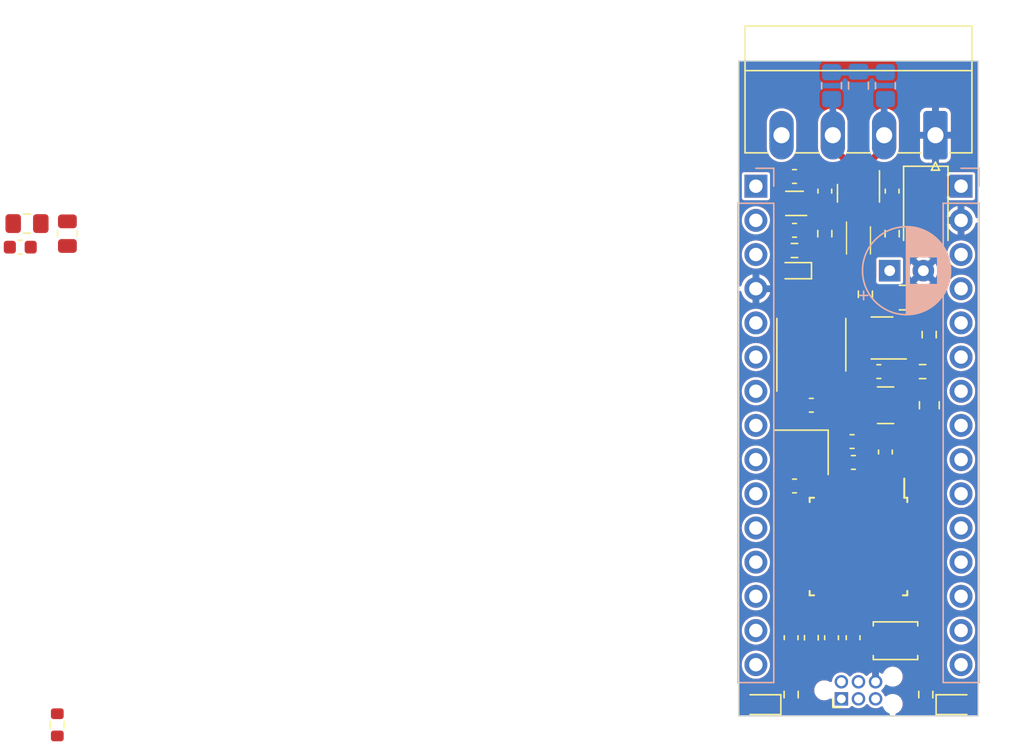
<source format=kicad_pcb>
(kicad_pcb (version 20221018) (generator pcbnew)
  (layers (0 "F.Cu" signal) (31 "B.Cu" signal) (34 "B.Paste" user) (35 "F.Paste" user) (36 "B.SilkS" user "B.Silkscreen") (37 "F.SilkS" user "F.Silkscreen") (38 "B.Mask" user) (39 "F.Mask" user) (44 "Edge.Cuts" user))
  (net 0 "")
  (net 1 "GND")
  (net 2 "+24V")
  (net 3 "+5V")
  (net 4 "/MCU/AREF")
  (net 5 "+5VA")
  (net 6 "/MCU/XTAL1")
  (net 7 "/MCU/XTAL2")
  (net 8 "/MCU/BT_0")
  (net 9 "/MCU/BT_1")
  (net 10 "/input, power, bus/CAN_{SPLIT}")
  (net 11 "/input, power, bus/TX_{DL}")
  (net 12 "/input, power, bus/BST")
  (net 13 "/input, power, bus/SW")
  (net 14 "Net-(D1-K)")
  (net 15 "Net-(D2-K)")
  (net 16 "Net-(L1-Pad1)")
  (net 17 "Net-(L1-Pad4)")
  (net 18 "/MCU/LD_1")
  (net 19 "/input, power, bus/EN")
  (net 20 "/input, power, bus/FB")
  (net 21 "/MCU/RXD")
  (net 22 "/MCU/TXD")
  (net 23 "/MCU/CD")
  (net 24 "VBUS")
  (net 25 "Net-(F1-Pad2)")
  (net 26 "/MOSI")
  (net 27 "/MISO")
  (net 28 "/SCK")
  (net 29 "/SS")
  (net 30 "/TX1")
  (net 31 "/RX1")
  (net 32 "/MCU/ISP_SCK")
  (net 33 "/MCU/~{ISP_RST}")
  (net 36 "/input, power, bus/CAN-")
  (net 37 "/input, power, bus/CAN+")
  (net 38 "/input, power, bus/CAN_P")
  (net 39 "/input, power, bus/CAN_N")
  (net 41 "/D2")
  (net 42 "/LS")
  (net 43 "/D3")
  (net 44 "/D4")
  (net 45 "/SDA")
  (net 46 "/SCL")
  (net 47 "/D5")
  (net 48 "/D6")
  (net 49 "/D7")
  (net 50 "/D8")
  (net 51 "/D9")
  (net 52 "/D10")
  (net 53 "/D11")
  (net 54 "/D12")
  (net 56 "/A7")
  (net 57 "/A6")
  (net 58 "/A5")
  (net 59 "/A4")
  (net 60 "/A3")
  (net 61 "/A2")
  (net 62 "/A1")
  (net 63 "/A0")
  (net 64 "/REF")
  (net 66 "/D13")
  (footprint "Resistor_SMD:R_0603_1608Metric" (layer "F.Cu") (at 212.5 120 90)
    (fp_text reference "R7" hide)
    (fp_text value "R")
    (pad "1" smd roundrect (at -0.825 0 90) (size 0.8 0.95) (layers "F.Cu" "F.Paste" "F.Mask") (net 14 "Net-(D1-K)"))
    (pad "2" smd roundrect (at 0.825 0 90) (size 0.8 0.95) (layers "F.Cu" "F.Paste" "F.Mask") (net 18 "/MCU/LD_1"))
  )
  (footprint "Capacitor_SMD:C_0603_1608Metric" (layer "F.Cu") (at 212.75 81.5 180)
    (fp_text reference "C18" hide)
    (fp_text value "100n")
    (pad "1" smd roundrect (at -0.775 0 180) (size 0.9 0.95) (layers "F.Cu" "F.Paste" "F.Mask") (net 1 "GND"))
    (pad "2" smd roundrect (at 0.775 0 180) (size 0.9 0.95) (layers "F.Cu" "F.Paste" "F.Mask") (net 3 "+5V"))
  )
  (footprint "Capacitor_SMD:C_0603_1608Metric" (layer "F.Cu") (at 212.75 104.5 180)
    (fp_text reference "C7" hide)
    (fp_text value "20p")
    (pad "1" smd roundrect (at -0.775 0 180) (size 0.9 0.95) (layers "F.Cu" "F.Paste" "F.Mask") (net 7 "/MCU/XTAL2"))
    (pad "2" smd roundrect (at 0.775 0 180) (size 0.9 0.95) (layers "F.Cu" "F.Paste" "F.Mask") (net 1 "GND"))
  )
  (footprint "Capacitor_SMD:C_0603_1608Metric" (layer "F.Cu") (at 217.025 101.2)
    (fp_text reference "C6" hide)
    (fp_text value "20p")
    (pad "1" smd roundrect (at -0.775 0) (size 0.9 0.95) (layers "F.Cu" "F.Paste" "F.Mask") (net 6 "/MCU/XTAL1"))
    (pad "2" smd roundrect (at 0.775 0) (size 0.9 0.95) (layers "F.Cu" "F.Paste" "F.Mask") (net 1 "GND"))
  )
  (footprint "Capacitor_SMD:C_0603_1608Metric" (layer "F.Cu") (at 219.499999 101.975 -90)
    (fp_text reference "C3" hide)
    (fp_text value "1u")
    (pad "1" smd roundrect (at -0.775 0 270) (size 0.9 0.95) (layers "F.Cu" "F.Paste" "F.Mask") (net 1 "GND"))
    (pad "2" smd roundrect (at 0.775 0 270) (size 0.9 0.95) (layers "F.Cu" "F.Paste" "F.Mask") (net 3 "+5V"))
  )
  (footprint "Package_QFP:TQFP-32_7x7mm_P0.8mm" (layer "F.Cu") (at 217.5 109 -90)
    (fp_text reference "U3" hide)
    (fp_text value "ATmega328PB-A")
    (pad "1" smd rect (at -4.25 -2.8 270) (size 1.6 0.55) (layers "F.Cu" "F.Paste" "F.Mask"))
    (pad "2" smd rect (at -4.25 -2 270) (size 1.6 0.55) (layers "F.Cu" "F.Paste" "F.Mask") (net 8 "/MCU/BT_0"))
    (pad "3" smd rect (at -4.25 -1.2 270) (size 1.6 0.55) (layers "F.Cu" "F.Paste" "F.Mask") (net 45 "/SDA"))
    (pad "4" smd rect (at -4.25 -0.4 270) (size 1.6 0.55) (layers "F.Cu" "F.Paste" "F.Mask") (net 3 "+5V"))
    (pad "5" smd rect (at -4.25 0.4 270) (size 1.6 0.55) (layers "F.Cu" "F.Paste" "F.Mask") (net 1 "GND"))
    (pad "6" smd rect (at -4.25 1.2 270) (size 1.6 0.55) (layers "F.Cu" "F.Paste" "F.Mask") (net 46 "/SCL"))
    (pad "7" smd rect (at -4.25 2 270) (size 1.6 0.55) (layers "F.Cu" "F.Paste" "F.Mask") (net 6 "/MCU/XTAL1"))
    (pad "8" smd rect (at -4.25 2.8 270) (size 1.6 0.55) (layers "F.Cu" "F.Paste" "F.Mask") (net 7 "/MCU/XTAL2"))
    (pad "9" smd rect (at -2.8 4.25) (size 1.6 0.55) (layers "F.Cu" "F.Paste" "F.Mask"))
    (pad "10" smd rect (at -2 4.25) (size 1.6 0.55) (layers "F.Cu" "F.Paste" "F.Mask"))
    (pad "11" smd rect (at -1.2 4.25) (size 1.6 0.55) (layers "F.Cu" "F.Paste" "F.Mask") (net 9 "/MCU/BT_1"))
    (pad "12" smd rect (at -0.4 4.25) (size 1.6 0.55) (layers "F.Cu" "F.Paste" "F.Mask") (net 18 "/MCU/LD_1"))
    (pad "13" smd rect (at 0.4 4.25) (size 1.6 0.55) (layers "F.Cu" "F.Paste" "F.Mask"))
    (pad "14" smd rect (at 1.2 4.25) (size 1.6 0.55) (layers "F.Cu" "F.Paste" "F.Mask"))
    (pad "15" smd rect (at 2 4.25) (size 1.6 0.55) (layers "F.Cu" "F.Paste" "F.Mask") (net 30 "/TX1"))
    (pad "16" smd rect (at 2.8 4.25) (size 1.6 0.55) (layers "F.Cu" "F.Paste" "F.Mask") (net 31 "/RX1"))
    (pad "17" smd rect (at 4.25 2.8 270) (size 1.6 0.55) (layers "F.Cu" "F.Paste" "F.Mask") (net 32 "/MCU/ISP_SCK"))
    (pad "18" smd rect (at 4.25 2 270) (size 1.6 0.55) (layers "F.Cu" "F.Paste" "F.Mask") (net 5 "+5VA"))
    (pad "19" smd rect (at 4.25 1.2 270) (size 1.6 0.55) (layers "F.Cu" "F.Paste" "F.Mask") (net 29 "/SS"))
    (pad "20" smd rect (at 4.25 0.4 270) (size 1.6 0.55) (layers "F.Cu" "F.Paste" "F.Mask") (net 4 "/MCU/AREF"))
    (pad "21" smd rect (at 4.25 -0.4 270) (size 1.6 0.55) (layers "F.Cu" "F.Paste" "F.Mask") (net 1 "GND"))
    (pad "22" smd rect (at 4.25 -1.2 270) (size 1.6 0.55) (layers "F.Cu" "F.Paste" "F.Mask") (net 26 "/MOSI"))
    (pad "23" smd rect (at 4.25 -2 270) (size 1.6 0.55) (layers "F.Cu" "F.Paste" "F.Mask") (net 27 "/MISO"))
    (pad "24" smd rect (at 4.25 -2.8 270) (size 1.6 0.55) (layers "F.Cu" "F.Paste" "F.Mask") (net 28 "/SCK"))
    (pad "25" smd rect (at 2.8 -4.25) (size 1.6 0.55) (layers "F.Cu" "F.Paste" "F.Mask"))
    (pad "26" smd rect (at 2 -4.25) (size 1.6 0.55) (layers "F.Cu" "F.Paste" "F.Mask"))
    (pad "27" smd rect (at 1.2 -4.25) (size 1.6 0.55) (layers "F.Cu" "F.Paste" "F.Mask") (net 42 "/LS"))
    (pad "28" smd rect (at 0.4 -4.25) (size 1.6 0.55) (layers "F.Cu" "F.Paste" "F.Mask"))
    (pad "29" smd rect (at -0.4 -4.25) (size 1.6 0.55) (layers "F.Cu" "F.Paste" "F.Mask") (net 33 "/MCU/~{ISP_RST}"))
    (pad "30" smd rect (at -1.2 -4.25) (size 1.6 0.55) (layers "F.Cu" "F.Paste" "F.Mask") (net 21 "/MCU/RXD"))
    (pad "31" smd rect (at -2 -4.25) (size 1.6 0.55) (layers "F.Cu" "F.Paste" "F.Mask") (net 22 "/MCU/TXD"))
    (pad "32" smd rect (at -2.8 -4.25) (size 1.6 0.55) (layers "F.Cu" "F.Paste" "F.Mask") (net 23 "/MCU/CD"))
  )
  (footprint "Diode_SMD:D_SOD-523" (layer "F.Cu") (at 212.75 88.499997 180)
    (fp_text reference "D5" hide)
    (fp_text value "DNP")
    (pad "1" smd roundrect (at -0.7 0) (size 0.6 0.7) (layers "F.Cu" "F.Paste" "F.Mask") (net 22 "/MCU/TXD"))
    (pad "2" smd roundrect (at 0.7 0) (size 0.6 0.7) (layers "F.Cu" "F.Paste" "F.Mask") (net 11 "/input, power, bus/TX_{DL}"))
  )
  (footprint "Diode_SMD:D_SMA" (layer "F.Cu") (at 222.5 84.25 -90)
    (fp_text reference "D3" hide)
    (fp_text value "D_Zener")
    (pad "1" smd roundrect (at -2 0 270) (size 2.5 1.8) (layers "F.Cu" "F.Paste" "F.Mask") (roundrect_rratio 0.1388888889) (net 24 "VBUS"))
    (pad "2" smd roundrect (at 2 0 270) (size 2.5 1.8) (layers "F.Cu" "F.Paste" "F.Mask") (roundrect_rratio 0.1388888889) (net 1 "GND"))
  )
  (footprint "Capacitor_SMD:C_0603_1608Metric" (layer "F.Cu") (at 219.0125 95.999999 180)
    (fp_text reference "C19" hide)
    (fp_text value "100n")
    (pad "1" smd roundrect (at -0.775 0 180) (size 0.9 0.95) (layers "F.Cu" "F.Paste" "F.Mask") (net 12 "/input, power, bus/BST"))
    (pad "2" smd roundrect (at 0.775 0 180) (size 0.9 0.95) (layers "F.Cu" "F.Paste" "F.Mask") (net 13 "/input, power, bus/SW"))
  )
  (footprint "Resistor_SMD:R_0603_1608Metric" (layer "F.Cu") (at 222.2625 95.999999)
    (fp_text reference "R21" hide)
    (fp_text value "43k")
    (pad "1" smd roundrect (at -0.825 0) (size 0.8 0.95) (layers "F.Cu" "F.Paste" "F.Mask") (net 3 "+5V"))
    (pad "2" smd roundrect (at 0.825 0) (size 0.8 0.95) (layers "F.Cu" "F.Paste" "F.Mask") (net 20 "/input, power, bus/FB"))
  )
  (footprint "Fuse:Fuse_0805_2012Metric_Pad1.15x1.40mm_HandSolder" (layer "F.Cu") (at 155.75 85)
    (fp_text reference "F1" hide)
    (fp_text value "Fuse")
    (pad "1" smd roundrect (at -1.025 0) (size 1.15 1.4) (layers "F.Cu" "F.Paste" "F.Mask") (roundrect_rratio 0.217391) (net 24 "VBUS"))
    (pad "2" smd roundrect (at 1.025 0) (size 1.15 1.4) (layers "F.Cu" "F.Paste" "F.Mask") (roundrect_rratio 0.217391) (net 25 "Net-(F1-Pad2)"))
  )
  (footprint "Capacitor_SMD:C_0603_1608Metric" (layer "F.Cu") (at 217.125 102.75)
    (fp_text reference "C2" hide)
    (fp_text value "100n")
    (pad "1" smd roundrect (at -0.775 0) (size 0.9 0.95) (layers "F.Cu" "F.Paste" "F.Mask") (net 1 "GND"))
    (pad "2" smd roundrect (at 0.775 0) (size 0.9 0.95) (layers "F.Cu" "F.Paste" "F.Mask") (net 3 "+5V"))
  )
  (footprint "Capacitor_SMD:C_0603_1608Metric" (layer "F.Cu") (at 214 98.5 180)
    (fp_text reference "C17" hide)
    (fp_text value "C")
    (pad "1" smd roundrect (at -0.775 0 180) (size 0.9 0.95) (layers "F.Cu" "F.Paste" "F.Mask") (net 3 "+5V"))
    (pad "2" smd roundrect (at 0.775 0 180) (size 0.9 0.95) (layers "F.Cu" "F.Paste" "F.Mask") (net 1 "GND"))
  )
  (footprint "Resistor_SMD:R_0603_1608Metric" (layer "F.Cu") (at 222.5 120 90)
    (fp_text reference "R8" hide)
    (fp_text value "R")
    (pad "1" smd roundrect (at -0.825 0 90) (size 0.8 0.95) (layers "F.Cu" "F.Paste" "F.Mask") (net 15 "Net-(D2-K)"))
    (pad "2" smd roundrect (at 0.825 0 90) (size 0.8 0.95) (layers "F.Cu" "F.Paste" "F.Mask") (net 32 "/MCU/ISP_SCK"))
  )
  (footprint "Capacitor_SMD:C_1206_3216Metric" (layer "F.Cu") (at 221.250001 90.499999 180)
    (fp_text reference "C16" hide)
    (fp_text value "10u")
    (pad "1" smd roundrect (at -1.475 0 180) (size 1.15 1.8) (layers "F.Cu" "F.Paste" "F.Mask") (roundrect_rratio 0.217391) (net 1 "GND"))
    (pad "2" smd roundrect (at 1.475 0 180) (size 1.15 1.8) (layers "F.Cu" "F.Paste" "F.Mask") (roundrect_rratio 0.217391) (net 2 "+24V"))
  )
  (footprint "Capacitor_SMD:C_0603_1608Metric" (layer "F.Cu") (at 220 82.5875 90)
    (fp_text reference "C12" hide)
    (fp_text value "C")
    (pad "1" smd roundrect (at -0.775 0 90) (size 0.9 0.95) (layers "F.Cu" "F.Paste" "F.Mask") (net 36 "/input, power, bus/CAN-"))
    (pad "2" smd roundrect (at 0.775 0 90) (size 0.9 0.95) (layers "F.Cu" "F.Paste" "F.Mask") (net 1 "GND"))
  )
  (footprint "Resistor_SMD:R_0603_1608Metric" (layer "F.Cu") (at 222.75 93.249999 -90)
    (fp_text reference "R22" hide)
    (fp_text value "8k2")
    (pad "1" smd roundrect (at -0.825 0 270) (size 0.8 0.95) (layers "F.Cu" "F.Paste" "F.Mask") (net 20 "/input, power, bus/FB"))
    (pad "2" smd roundrect (at 0.825 0 270) (size 0.8 0.95) (layers "F.Cu" "F.Paste" "F.Mask") (net 1 "GND"))
  )
  (footprint "Resistor_SMD:R_0603_1608Metric" (layer "F.Cu") (at 212.75 86.999999)
    (fp_text reference "R19" hide)
    (fp_text value "0")
    (pad "1" smd roundrect (at -0.825 0) (size 0.8 0.95) (layers "F.Cu" "F.Paste" "F.Mask") (net 11 "/input, power, bus/TX_{DL}"))
    (pad "2" smd roundrect (at 0.825 0) (size 0.8 0.95) (layers "F.Cu" "F.Paste" "F.Mask") (net 22 "/MCU/TXD"))
  )
  (footprint "project_lib:Tag-Connect_TC2030-IDC-NL_2x03_P1.27mm_Vertical" (layer "F.Cu") (at 217.5 119.685)
    (fp_text reference "J10" hide)
    (fp_text value "AVR-ISP-6")
    (pad "" np_thru_hole circle (at -2.54 0) (size 0.9906 0.9906) (drill 0.9906) (layers "*.Cu" "*.Mask"))
    (pad "" np_thru_hole circle (at 2.54 -1.016) (size 0.9906 0.9906) (drill 0.9906) (layers "*.Cu" "*.Mask"))
    (pad "" np_thru_hole circle (at 2.54 1.016) (size 0.9906 0.9906) (drill 0.9906) (layers "*.Cu" "*.Mask"))
    (pad "1" thru_hole rect (at -1.27 0.635 90) (size 1 1) (drill 0.65) (layers "*.Cu" "*.Mask") (net 31 "/RX1"))
    (pad "2" thru_hole oval (at -1.27 -0.635 90) (size 1 1) (drill 0.65) (layers "*.Cu" "*.Mask") (net 3 "+5V"))
    (pad "3" thru_hole oval (at 0 0.635 90) (size 1 1) (drill 0.65) (layers "*.Cu" "*.Mask") (net 32 "/MCU/ISP_SCK"))
    (pad "4" thru_hole oval (at 0 -0.635 90) (size 1 1) (drill 0.65) (layers "*.Cu" "*.Mask") (net 30 "/TX1"))
    (pad "5" thru_hole oval (at 1.27 0.635 90) (size 1 1) (drill 0.65) (layers "*.Cu" "*.Mask") (net 33 "/MCU/~{ISP_RST}"))
    (pad "6" thru_hole oval (at 1.27 -0.635 90) (size 1 1) (drill 0.65) (layers "*.Cu" "*.Mask") (net 1 "GND"))
    (zone (net 0) (net_name "") (layer "F.Cu") (connect_pads (clearance 0)) (min_thickness 0.254)
      (keepout (tracks allowed) (vias not_allowed) (pads allowed) (copperpour not_allowed) (footprints not_allowed))
      (fill (thermal_gap 0.508) (thermal_bridge_width 0.508))
      (polygon (pts (xy 218.77 119.05) (xy 216.23 119.05) (xy 216.23 120.32) (xy 218.77 120.32)))
    )
  )
  (footprint "Crystal:Crystal_SMD_3225-4Pin_3.2x2.5mm" (layer "F.Cu") (at 213.25 102 180)
    (fp_text reference "Y1" hide)
    (fp_text value "Crystal_GND24")
    (pad "1" smd rect (at -1.1 0.85 180) (size 1.4 1.2) (layers "F.Cu" "F.Paste" "F.Mask") (net 6 "/MCU/XTAL1"))
    (pad "2" smd rect (at 1.1 0.85 180) (size 1.4 1.2) (layers "F.Cu" "F.Paste" "F.Mask") (net 1 "GND"))
    (pad "3" smd rect (at 1.1 -0.85 180) (size 1.4 1.2) (layers "F.Cu" "F.Paste" "F.Mask") (net 7 "/MCU/XTAL2"))
    (pad "4" smd rect (at -1.1 -0.85 180) (size 1.4 1.2) (layers "F.Cu" "F.Paste" "F.Mask") (net 1 "GND"))
  )
  (footprint "Inductor_SMD:L_CommonModeChoke_Coilcraft_0805USB" (layer "F.Cu") (at 217.5 86.25)
    (fp_text reference "L1" hide)
    (fp_text value "L_Ferrite_Coupled")
    (pad "1" smd roundrect (at -0.435 -0.835) (size 0.51 0.76) (layers "F.Cu" "F.Paste" "F.Mask") (roundrect_rratio 0.05) (net 16 "Net-(L1-Pad1)"))
    (pad "2" smd roundrect (at -0.435 0.835) (size 0.51 0.76) (layers "F.Cu" "F.Paste" "F.Mask") (roundrect_rratio 0.05) (net 38 "/input, power, bus/CAN_P"))
    (pad "3" smd roundrect (at 0.435 0.835) (size 0.51 0.76) (layers "F.Cu" "F.Paste" "F.Mask") (roundrect_rratio 0.05) (net 39 "/input, power, bus/CAN_N"))
    (pad "4" smd roundrect (at 0.435 -0.835) (size 0.51 0.76) (layers "F.Cu" "F.Paste" "F.Mask") (roundrect_rratio 0.05) (net 17 "Net-(L1-Pad4)"))
  )
  (footprint "Capacitor_SMD:C_0603_1608Metric" (layer "F.Cu") (at 215 82.5875 90)
    (fp_text reference "C14" hide)
    (fp_text value "C")
    (pad "1" smd roundrect (at -0.775 0 90) (size 0.9 0.95) (layers "F.Cu" "F.Paste" "F.Mask") (net 37 "/input, power, bus/CAN+"))
    (pad "2" smd roundrect (at 0.775 0 90) (size 0.9 0.95) (layers "F.Cu" "F.Paste" "F.Mask") (net 1 "GND"))
  )
  (footprint "Capacitor_SMD:C_0805_2012Metric" (layer "F.Cu") (at 222.7625 98.499999 -90)
    (fp_text reference "C20" hide)
    (fp_text value "22u")
    (pad "1" smd roundrect (at -0.95 0 270) (size 1 1.45) (layers "F.Cu" "F.Paste" "F.Mask") (net 1 "GND"))
    (pad "2" smd roundrect (at 0.95 0 270) (size 1 1.45) (layers "F.Cu" "F.Paste" "F.Mask") (net 3 "+5V"))
  )
  (footprint "Capacitor_SMD:C_0603_1608Metric" (layer "F.Cu") (at 215.5 115.775 -90)
    (fp_text reference "C5" hide)
    (fp_text value "100n")
    (pad "1" smd roundrect (at -0.775 0 270) (size 0.9 0.95) (layers "F.Cu" "F.Paste" "F.Mask") (net 5 "+5VA"))
    (pad "2" smd roundrect (at 0.775 0 270) (size 0.9 0.95) (layers "F.Cu" "F.Paste" "F.Mask") (net 1 "GND"))
  )
  (footprint "Resistor_SMD:R_0603_1608Metric" (layer "F.Cu") (at 215 85.75 -90)
    (fp_text reference "R18" hide)
    (fp_text value "R")
    (pad "1" smd roundrect (at -0.825 0 270) (size 0.8 0.95) (layers "F.Cu" "F.Paste" "F.Mask") (net 37 "/input, power, bus/CAN+"))
    (pad "2" smd roundrect (at 0.825 0 270) (size 0.8 0.95) (layers "F.Cu" "F.Paste" "F.Mask") (net 16 "Net-(L1-Pad1)"))
  )
  (footprint "LED_SMD:LED_0603_1608Metric" (layer "F.Cu") (at 210.25 120.75 180)
    (fp_text reference "D1" hide)
    (fp_text value "LED")
    (pad "1" smd roundrect (at -0.7875 0 180) (size 0.875 0.95) (layers "F.Cu" "F.Paste" "F.Mask") (net 14 "Net-(D1-K)"))
    (pad "2" smd roundrect (at 0.7875 0 180) (size 0.875 0.95) (layers "F.Cu" "F.Paste" "F.Mask") (net 3 "+5V"))
  )
  (footprint "Capacitor_SMD:C_0603_1608Metric" (layer "F.Cu") (at 155.25 86.75 180)
    (fp_text reference "C10" hide)
    (fp_text value "C")
    (pad "1" smd roundrect (at -0.775 0 180) (size 0.9 0.95) (layers "F.Cu" "F.Paste" "F.Mask") (net 24 "VBUS"))
    (pad "2" smd roundrect (at 0.775 0 180) (size 0.9 0.95) (layers "F.Cu" "F.Paste" "F.Mask") (net 1 "GND"))
  )
  (footprint "Resistor_SMD:R_0603_1608Metric" (layer "F.Cu") (at 220 85.75 -90)
    (fp_text reference "R15" hide)
    (fp_text value "R")
    (pad "1" smd roundrect (at -0.825 0 270) (size 0.8 0.95) (layers "F.Cu" "F.Paste" "F.Mask") (net 36 "/input, power, bus/CAN-"))
    (pad "2" smd roundrect (at 0.825 0 270) (size 0.8 0.95) (layers "F.Cu" "F.Paste" "F.Mask") (net 17 "Net-(L1-Pad4)"))
  )
  (footprint "Package_TO_SOT_SMD:SOT-23" (layer "F.Cu") (at 217.5 82.75 -90)
    (fp_text reference "D4" hide)
    (fp_text value "SM712_SOT23")
    (pad "1" smd roundrect (at -0.9375 -0.95 270) (size 1.475 0.6) (layers "F.Cu" "F.Paste" "F.Mask") (net 36 "/input, power, bus/CAN-"))
    (pad "2" smd roundrect (at -0.9375 0.95 270) (size 1.475 0.6) (layers "F.Cu" "F.Paste" "F.Mask") (net 37 "/input, power, bus/CAN+"))
    (pad "3" smd roundrect (at 0.9375 0 270) (size 1.475 0.6) (layers "F.Cu" "F.Paste" "F.Mask") (net 1 "GND"))
  )
  (footprint "Inductor_SMD:L_0603_1608Metric" (layer "F.Cu") (at 214 115.775 90)
    (fp_text reference "FB1" hide)
    (fp_text value "FerriteBead")
    (pad "1" smd roundrect (at -0.7875 0 90) (size 0.875 0.95) (layers "F.Cu" "F.Paste" "F.Mask") (net 3 "+5V"))
    (pad "2" smd roundrect (at 0.7875 0 90) (size 0.875 0.95) (layers "F.Cu" "F.Paste" "F.Mask") (net 5 "+5VA"))
  )
  (footprint "Capacitor_SMD:C_0603_1608Metric" (layer "F.Cu") (at 212.500002 115.775 90)
    (fp_text reference "C4" hide)
    (fp_text value "100n")
    (pad "1" smd roundrect (at -0.775 0 90) (size 0.9 0.95) (layers "F.Cu" "F.Paste" "F.Mask") (net 3 "+5V"))
    (pad "2" smd roundrect (at 0.775 0 90) (size 0.9 0.95) (layers "F.Cu" "F.Paste" "F.Mask") (net 1 "GND"))
  )
  (footprint "Capacitor_SMD:C_0603_1608Metric" (layer "F.Cu") (at 212.75 85.499999)
    (fp_text reference "C15" hide)
    (fp_text value "C")
    (pad "1" smd roundrect (at -0.775 0) (size 0.9 0.95) (layers "F.Cu" "F.Paste" "F.Mask") (net 11 "/input, power, bus/TX_{DL}"))
    (pad "2" smd roundrect (at 0.775 0) (size 0.9 0.95) (layers "F.Cu" "F.Paste" "F.Mask") (net 1 "GND"))
  )
  (footprint "LED_SMD:LED_0603_1608Metric" (layer "F.Cu") (at 224.75 120.75)
    (fp_text reference "D2" hide)
    (fp_text value "LED")
    (pad "1" smd roundrect (at -0.7875 0) (size 0.875 0.95) (layers "F.Cu" "F.Paste" "F.Mask") (net 15 "Net-(D2-K)"))
    (pad "2" smd roundrect (at 0.7875 0) (size 0.875 0.95) (layers "F.Cu" "F.Paste" "F.Mask") (net 3 "+5V"))
  )
  (footprint "Package_SO:SOIC-8_3.9x4.9mm_P1.27mm" (layer "F.Cu") (at 214 94 90)
    (fp_text reference "U6" hide)
    (fp_text value "TJA1051T-3")
    (pad "1" smd roundrect (at -2.475 -1.905 90) (size 1.95 0.6) (layers "F.Cu" "F.Paste" "F.Mask") (net 22 "/MCU/TXD"))
    (pad "2" smd roundrect (at -2.475 -0.635 90) (size 1.95 0.6) (layers "F.Cu" "F.Paste" "F.Mask") (net 1 "GND"))
    (pad "3" smd roundrect (at -2.475 0.635 90) (size 1.95 0.6) (layers "F.Cu" "F.Paste" "F.Mask") (net 3 "+5V"))
    (pad "4" smd roundrect (at -2.475 1.905 90) (size 1.95 0.6) (layers "F.Cu" "F.Paste" "F.Mask") (net 21 "/MCU/RXD"))
    (pad "5" smd roundrect (at 2.475 1.905 90) (size 1.95 0.6) (layers "F.Cu" "F.Paste" "F.Mask") (net 3 "+5V"))
    (pad "6" smd roundrect (at 2.475 0.635 90) (size 1.95 0.6) (layers "F.Cu" "F.Paste" "F.Mask") (net 39 "/input, power, bus/CAN_N"))
    (pad "7" smd roundrect (at 2.475 -0.635 90) (size 1.95 0.6) (layers "F.Cu" "F.Paste" "F.Mask") (net 38 "/input, power, bus/CAN_P"))
    (pad "8" smd roundrect (at 2.475 -1.905 90) (size 1.95 0.6) (layers "F.Cu" "F.Paste" "F.Mask") (net 1 "GND"))
  )
  (footprint "Package_TO_SOT_SMD:SOT-563" (layer "F.Cu") (at 212.75 83.5 180)
    (fp_text reference "U4" hide)
    (fp_text value "74LVC1G57")
    (pad "1" smd rect (at -0.75 -0.5 180) (size 0.7 0.34) (layers "F.Cu" "F.Paste" "F.Mask") (net 21 "/MCU/RXD"))
    (pad "2" smd rect (at -0.75 0 180) (size 0.7 0.34) (layers "F.Cu" "F.Paste" "F.Mask") (net 1 "GND"))
    (pad "3" smd rect (at -0.75 0.5 180) (size 0.7 0.34) (layers "F.Cu" "F.Paste" "F.Mask") (net 1 "GND"))
    (pad "4" smd rect (at 0.75 0.5 180) (size 0.7 0.34) (layers "F.Cu" "F.Paste" "F.Mask") (net 23 "/MCU/CD"))
    (pad "5" smd rect (at 0.75 0 180) (size 0.7 0.34) (layers "F.Cu" "F.Paste" "F.Mask") (net 3 "+5V"))
    (pad "6" smd rect (at 0.75 -0.5 180) (size 0.7 0.34) (layers "F.Cu" "F.Paste" "F.Mask") (net 11 "/input, power, bus/TX_{DL}"))
  )
  (footprint "Package_TO_SOT_SMD:SOT-23-6" (layer "F.Cu") (at 219.25 93.5 180)
    (fp_text reference "U5" hide)
    (fp_text value "TD1465")
    (pad "1" smd roundrect (at -1.1375 -0.95 180) (size 1.325 0.6) (layers "F.Cu" "F.Paste" "F.Mask") (net 12 "/input, power, bus/BST"))
    (pad "2" smd roundrect (at -1.1375 0 180) (size 1.325 0.6) (layers "F.Cu" "F.Paste" "F.Mask") (net 1 "GND"))
    (pad "3" smd roundrect (at -1.1375 0.95 180) (size 1.325 0.6) (layers "F.Cu" "F.Paste" "F.Mask") (net 20 "/input, power, bus/FB"))
    (pad "4" smd roundrect (at 1.1375 0.95 180) (size 1.325 0.6) (layers "F.Cu" "F.Paste" "F.Mask") (net 19 "/input, power, bus/EN"))
    (pad "5" smd roundrect (at 1.1375 0 180) (size 1.325 0.6) (layers "F.Cu" "F.Paste" "F.Mask") (net 2 "+24V"))
    (pad "6" smd roundrect (at 1.1375 -0.95 180) (size 1.325 0.6) (layers "F.Cu" "F.Paste" "F.Mask") (net 13 "/input, power, bus/SW"))
  )
  (footprint "Button_Switch_SMD:SW_SPST_B3U-1000P" (layer "F.Cu") (at 220.25 116 180)
    (fp_text reference "SW4" hide)
    (fp_text value "SW_Push")
    (pad "1" smd rect (at -1.7 0 180) (size 0.9 1.7) (layers "F.Cu" "F.Paste" "F.Mask") (net 33 "/MCU/~{ISP_RST}"))
    (pad "2" smd rect (at 1.7 0 180) (size 0.9 1.7) (layers "F.Cu" "F.Paste" "F.Mask") (net 1 "GND"))
  )
  (footprint "Resistor_SMD:R_0603_1608Metric" (layer "F.Cu") (at 218.0125 90.249999 90)
    (fp_text reference "R20" hide)
    (fp_text value "1M")
    (pad "1" smd roundrect (at -0.825 0 90) (size 0.8 0.95) (layers "F.Cu" "F.Paste" "F.Mask") (net 19 "/input, power, bus/EN"))
    (pad "2" smd roundrect (at 0.825 0 90) (size 0.8 0.95) (layers "F.Cu" "F.Paste" "F.Mask") (net 2 "+24V"))
  )
  (footprint "Capacitor_SMD:C_0603_1608Metric" (layer "F.Cu") (at 217.1 115.775 -90)
    (fp_text reference "C1" hide)
    (fp_text value "100n")
    (pad "1" smd roundrect (at -0.775 0 270) (size 0.9 0.95) (layers "F.Cu" "F.Paste" "F.Mask") (net 4 "/MCU/AREF"))
    (pad "2" smd roundrect (at 0.775 0 270) (size 0.9 0.95) (layers "F.Cu" "F.Paste" "F.Mask") (net 1 "GND"))
  )
  (footprint "Resistor_SMD:R_0603_1608Metric" (layer "F.Cu") (at 158 122.25 90)
    (fp_text reference "R13" hide)
    (fp_text value "R")
    (pad "1" smd roundrect (at -0.825 0 90) (size 0.8 0.95) (layers "F.Cu" "F.Paste" "F.Mask") (net 3 "+5V"))
    (pad "2" smd roundrect (at 0.825 0 90) (size 0.8 0.95) (layers "F.Cu" "F.Paste" "F.Mask") (net 33 "/MCU/~{ISP_RST}"))
  )
  (footprint "Resistor_SMD:R_0805_2012Metric" (layer "F.Cu") (at 158.75 85.75 -90)
    (fp_text reference "R14" hide)
    (fp_text value "R")
    (pad "1" smd roundrect (at -0.9125 0 270) (size 1.025 1.4) (layers "F.Cu" "F.Paste" "F.Mask") (roundrect_rratio 0.243902) (net 25 "Net-(F1-Pad2)"))
    (pad "2" smd roundrect (at 0.9125 0 270) (size 1.025 1.4) (layers "F.Cu" "F.Paste" "F.Mask") (roundrect_rratio 0.243902) (net 2 "+24V"))
  )
  (footprint "Connector_Phoenix_MC:PhoenixContact_MC_1,5_4-G-3.81_1x04_P3.81mm_Horizontal" (layer "F.Cu") (at 223.215 78.4325 180)
    (fp_text reference "J11" hide)
    (fp_text value "Screw_Terminal_01x04")
    (pad "1" thru_hole roundrect (at 0 0 180) (size 1.8 3.6) (drill 1.2) (layers "*.Cu" "*.Mask") (roundrect_rratio 0.138889) (net 1 "GND"))
    (pad "2" thru_hole oval (at 3.81 0 180) (size 1.8 3.6) (drill 1.2) (layers "*.Cu" "*.Mask") (net 36 "/input, power, bus/CAN-"))
    (pad "3" thru_hole oval (at 7.62 0 180) (size 1.8 3.6) (drill 1.2) (layers "*.Cu" "*.Mask") (net 37 "/input, power, bus/CAN+"))
    (pad "4" thru_hole oval (at 11.43 0 180) (size 1.8 3.6) (drill 1.2) (layers "*.Cu" "*.Mask") (net 24 "VBUS"))
  )
  (footprint "Inductor_SMD:L_1210_3225Metric" (layer "F.Cu") (at 219.5125 98.499999)
    (fp_text reference "L2" hide)
    (fp_text value "22u")
    (pad "1" smd roundrect (at -1.4 0) (size 1.25 2.65) (layers "F.Cu" "F.Paste" "F.Mask") (roundrect_rratio 0.2) (net 13 "/input, power, bus/SW"))
    (pad "2" smd roundrect (at 1.4 0) (size 1.25 2.65) (layers "F.Cu" "F.Paste" "F.Mask") (roundrect_rratio 0.2) (net 3 "+5V"))
  )
  (footprint "Connector_PinHeader_2.54mm:PinHeader_1x15_P2.54mm_Vertical" (layer "B.Cu") (at 225.12 82.22 180)
    (fp_text reference "J2" hide)
    (fp_text value "Conn_01x15")
    (pad "1" thru_hole rect (at 0 0 180) (size 1.7 1.7) (drill 1) (layers "*.Cu" "*.Mask") (net 24 "VBUS"))
    (pad "2" thru_hole oval (at 0 -2.54 180) (size 1.7 1.7) (drill 1) (layers "*.Cu" "*.Mask") (net 1 "GND"))
    (pad "3" thru_hole oval (at 0 -5.08 180) (size 1.7 1.7) (drill 1) (layers "*.Cu" "*.Mask"))
    (pad "4" thru_hole oval (at 0 -7.62 180) (size 1.7 1.7) (drill 1) (layers "*.Cu" "*.Mask") (net 3 "+5V"))
    (pad "5" thru_hole oval (at 0 -10.16 180) (size 1.7 1.7) (drill 1) (layers "*.Cu" "*.Mask") (net 56 "/A7"))
    (pad "6" thru_hole oval (at 0 -12.7 180) (size 1.7 1.7) (drill 1) (layers "*.Cu" "*.Mask") (net 57 "/A6"))
    (pad "7" thru_hole oval (at 0 -15.24 180) (size 1.7 1.7) (drill 1) (layers "*.Cu" "*.Mask") (net 58 "/A5"))
    (pad "8" thru_hole oval (at 0 -17.78 180) (size 1.7 1.7) (drill 1) (layers "*.Cu" "*.Mask") (net 59 "/A4"))
    (pad "9" thru_hole oval (at 0 -20.32 180) (size 1.7 1.7) (drill 1) (layers "*.Cu" "*.Mask") (net 60 "/A3"))
    (pad "10" thru_hole oval (at 0 -22.86 180) (size 1.7 1.7) (drill 1) (layers "*.Cu" "*.Mask") (net 61 "/A2"))
    (pad "11" thru_hole oval (at 0 -25.4 180) (size 1.7 1.7) (drill 1) (layers "*.Cu" "*.Mask") (net 62 "/A1"))
    (pad "12" thru_hole oval (at 0 -27.94 180) (size 1.7 1.7) (drill 1) (layers "*.Cu" "*.Mask") (net 63 "/A0"))
    (pad "13" thru_hole oval (at 0 -30.48 180) (size 1.7 1.7) (drill 1) (layers "*.Cu" "*.Mask") (net 64 "/REF"))
    (pad "14" thru_hole oval (at 0 -33.02 180) (size 1.7 1.7) (drill 1) (layers "*.Cu" "*.Mask"))
    (pad "15" thru_hole oval (at 0 -35.56 180) (size 1.7 1.7) (drill 1) (layers "*.Cu" "*.Mask") (net 66 "/D13"))
  )
  (footprint "Resistor_SMD:R_0805_2012Metric_Pad1.20x1.40mm_HandSolder" (layer "B.Cu") (at 219.5 74.75 90)
    (fp_text reference "R16" hide)
    (fp_text value "R")
    (pad "1" smd roundrect (at -1 0 90) (size 1.2 1.4) (layers "B.Cu" "B.Paste" "B.Mask") (roundrect_rratio 0.208333) (net 36 "/input, power, bus/CAN-"))
    (pad "2" smd roundrect (at 1 0 90) (size 1.2 1.4) (layers "B.Cu" "B.Paste" "B.Mask") (roundrect_rratio 0.208333) (net 10 "/input, power, bus/CAN_{SPLIT}"))
  )
  (footprint "Capacitor_THT:CP_Radial_D6.3mm_P2.50mm" (layer "B.Cu") (at 219.817621 88.5)
    (fp_text reference "C11" hide)
    (fp_text value "C_Polarized")
    (pad "1" thru_hole rect (at 0 0) (size 1.6 1.6) (drill 0.8) (layers "*.Cu" "*.Mask") (net 2 "+24V"))
    (pad "2" thru_hole circle (at 2.5 0) (size 1.6 1.6) (drill 0.8) (layers "*.Cu" "*.Mask") (net 1 "GND"))
  )
  (footprint "Resistor_SMD:R_0805_2012Metric_Pad1.20x1.40mm_HandSolder" (layer "B.Cu") (at 215.5 74.75 -90)
    (fp_text reference "R17" hide)
    (fp_text value "R")
    (pad "1" smd roundrect (at -1 0 270) (size 1.2 1.4) (layers "B.Cu" "B.Paste" "B.Mask") (roundrect_rratio 0.208333) (net 10 "/input, power, bus/CAN_{SPLIT}"))
    (pad "2" smd roundrect (at 1 0 270) (size 1.2 1.4) (layers "B.Cu" "B.Paste" "B.Mask") (roundrect_rratio 0.208333) (net 37 "/input, power, bus/CAN+"))
  )
  (footprint "Connector_PinHeader_2.54mm:PinHeader_1x15_P2.54mm_Vertical" (layer "B.Cu") (at 209.88 82.22 180)
    (fp_text reference "J1" hide)
    (fp_text value "Conn_01x15")
    (pad "1" thru_hole rect (at 0 0 180) (size 1.7 1.7) (drill 1) (layers "*.Cu" "*.Mask"))
    (pad "2" thru_hole oval (at 0 -2.54 180) (size 1.7 1.7) (drill 1) (layers "*.Cu" "*.Mask"))
    (pad "3" thru_hole oval (at 0 -5.08 180) (size 1.7 1.7) (drill 1) (layers "*.Cu" "*.Mask"))
    (pad "4" thru_hole oval (at 0 -7.62 180) (size 1.7 1.7) (drill 1) (layers "*.Cu" "*.Mask") (net 1 "GND"))
    (pad "5" thru_hole oval (at 0 -10.16 180) (size 1.7 1.7) (drill 1) (layers "*.Cu" "*.Mask") (net 41 "/D2"))
    (pad "6" thru_hole oval (at 0 -12.7 180) (size 1.7 1.7) (drill 1) (layers "*.Cu" "*.Mask") (net 43 "/D3"))
    (pad "7" thru_hole oval (at 0 -15.24 180) (size 1.7 1.7) (drill 1) (layers "*.Cu" "*.Mask") (net 44 "/D4"))
    (pad "8" thru_hole oval (at 0 -17.78 180) (size 1.7 1.7) (drill 1) (layers "*.Cu" "*.Mask") (net 47 "/D5"))
    (pad "9" thru_hole oval (at 0 -20.32 180) (size 1.7 1.7) (drill 1) (layers "*.Cu" "*.Mask") (net 48 "/D6"))
    (pad "10" thru_hole oval (at 0 -22.86 180) (size 1.7 1.7) (drill 1) (layers "*.Cu" "*.Mask") (net 49 "/D7"))
    (pad "11" thru_hole oval (at 0 -25.4 180) (size 1.7 1.7) (drill 1) (layers "*.Cu" "*.Mask") (net 50 "/D8"))
    (pad "12" thru_hole oval (at 0 -27.94 180) (size 1.7 1.7) (drill 1) (layers "*.Cu" "*.Mask") (net 51 "/D9"))
    (pad "13" thru_hole oval (at 0 -30.48 180) (size 1.7 1.7) (drill 1) (layers "*.Cu" "*.Mask") (net 52 "/D10"))
    (pad "14" thru_hole oval (at 0 -33.02 180) (size 1.7 1.7) (drill 1) (layers "*.Cu" "*.Mask") (net 53 "/D11"))
    (pad "15" thru_hole oval (at 0 -35.56 180) (size 1.7 1.7) (drill 1) (layers "*.Cu" "*.Mask") (net 54 "/D12"))
  )
  (footprint "Capacitor_SMD:C_0805_2012Metric_Pad1.18x1.45mm_HandSolder" (layer "B.Cu") (at 217.5 74.75 -90)
    (fp_text reference "C13" hide)
    (fp_text value "C")
    (pad "1" smd roundrect (at -1.0375 0 270) (size 1.175 1.45) (layers "B.Cu" "B.Paste" "B.Mask") (roundrect_rratio 0.212766) (net 10 "/input, power, bus/CAN_{SPLIT}"))
    (pad "2" smd roundrect (at 1.0375 0 270) (size 1.175 1.45) (layers "B.Cu" "B.Paste" "B.Mask") (roundrect_rratio 0.212766) (net 1 "GND"))
  )
  (gr_rect (start 208.61 72.91) (end 226.39 121.59) (stroke (width 0.1)) (fill none) (layer "Edge.Cuts"))
  (segment (start 217.9 104.75) (end 217.9 102.75) (width 0.5) (layer "F.Cu") (net 3))
  (segment (start 212.500002 116.55) (end 213.9875 116.55) (width 0.5) (layer "F.Cu") (net 3))
  (segment (start 213.9875 116.55) (end 214 116.5625) (width 0.5) (layer "F.Cu") (net 3))
  (segment (start 219.499999 102.75) (end 217.9 102.75) (width 0.5) (layer "F.Cu") (net 3))
  (segment (start 217.1 115) (end 217.1 113.25) (width 0.5) (layer "F.Cu") (net 4))
  (segment (start 214.0125 115) (end 214 114.9875) (width 0.5) (layer "F.Cu") (net 5))
  (segment (start 215.5 115) (end 214.0125 115) (width 0.5) (layer "F.Cu") (net 5))
  (segment (start 215.5 115) (end 215.5 113.25) (width 0.5) (layer "F.Cu") (net 5))
  (segment (start 216.25 101.2) (end 214.4 101.2) (width 0.25) (layer "F.Cu") (net 6))
  (segment (start 214.4 101.2) (end 214.35 101.15) (width 0.25) (layer "F.Cu") (net 6))
  (segment (start 215.5 104.75) (end 215.5 101.95) (width 0.25) (layer "F.Cu") (net 6))
  (segment (start 215.5 101.95) (end 216.25 101.2) (width 0.25) (layer "F.Cu") (net 6))
  (segment (start 214.75 104.5) (end 213.525 104.5) (width 0.25) (layer "F.Cu") (net 7))
  (segment (start 213.525 104.5) (end 213.525 104.275) (width 0.25) (layer "F.Cu") (net 7))
  (segment (start 214.7 104.75) (end 214.7 104.55) (width 0.25) (layer "F.Cu") (net 7))
  (segment (start 213.525 104.275) (end 212.15 102.9) (width 0.25) (layer "F.Cu") (net 7))
  (segment (start 212.15 102.9) (end 212.15 102.85) (width 0.25) (layer "F.Cu") (net 7))
  (segment (start 214.7 104.55) (end 214.75 104.5) (width 0.25) (layer "F.Cu") (net 7))
  (segment (start 219.5 73.75) (end 215.5 73.75) (width 0.5) (layer "B.Cu") (net 10))
  (segment (start 225.12 82.22) (end 222.53 82.22) (width 1.5) (layer "F.Cu") (net 24))
  (segment (start 222.53 82.22) (end 222.5 82.25) (width 1.5) (layer "F.Cu") (net 24))
  (segment (start 218.45 81.8125) (end 218.45 80.3) (width 0.5) (layer "F.Cu") (net 36))
  (segment (start 218.45 80.3) (end 219.405 79.345) (width 0.5) (layer "F.Cu") (net 36))
  (segment (start 219.405 79.345) (end 219.405 78.4325) (width 0.5) (layer "F.Cu") (net 36))
  (segment (start 219.405 75.845) (end 219.5 75.75) (width 0.5) (layer "B.Cu") (net 36))
  (segment (start 219.405 78.4325) (end 219.405 75.845) (width 0.5) (layer "B.Cu") (net 36))
  (segment (start 216.55 81.8125) (end 216.55 80.3) (width 0.5) (layer "F.Cu") (net 37))
  (segment (start 216.55 80.3) (end 215.595 79.345) (width 0.5) (layer "F.Cu") (net 37))
  (segment (start 215.595 79.345) (end 215.595 78.4325) (width 0.5) (layer "F.Cu") (net 37))
  (segment (start 215.595 75.845) (end 215.5 75.75) (width 0.5) (layer "B.Cu") (net 37))
  (segment (start 215.595 78.4325) (end 215.595 75.845) (width 0.5) (layer "B.Cu") (net 37))
  (zone (net 13) (net_name "/input, power, bus/SW") (layer "F.Cu") (priority 1) (connect_pads yes (clearance 0.2)) (min_thickness 0.25) (fill yes (thermal_gap 0.5) (thermal_bridge_width 0.5))
    (polygon (pts (xy 218.775 94.15) (xy 218.775 99.824999) (xy 217.45 99.824999) (xy 217.45 94.15)))
  )
  (zone (net 3) (net_name "+5V") (layer "F.Cu") (priority 2) (connect_pads yes (clearance 0.2)) (min_thickness 0.25) (fill yes (thermal_gap 0.5) (thermal_bridge_width 0.5))
    (polygon (pts (xy 220.2875 97.174999) (xy 221.5375 97.174999) (xy 222.2625 98.949999) (xy 223.4875 98.949999) (xy 223.4875 99.949999) (xy 222.0375 99.949999) (xy 221.5375 99.824999) (xy 220.2875 99.824999)))
  )
  (zone (net 0) (net_name "") (layer "F.Cu") (connect_pads (clearance 0)) (min_thickness 0.25)
    (keepout (tracks allowed) (vias allowed) (pads allowed) (copperpour not_allowed) (footprints allowed))
    (fill (thermal_gap 0.5) (thermal_bridge_width 0.5))
    (polygon (pts (xy 213.15 83.17) (xy 213.95 83.17) (xy 213.95 83.33) (xy 213.15 83.33)))
  )
  (zone (net 1) (net_name "GND") (layers "F&B.Cu") (connect_pads thru_hole_only (clearance 0.2)) (min_thickness 0.2) (fill yes (thermal_gap 0.25) (thermal_bridge_width 0.5) (smoothing fillet) (radius 0.25))
    (polygon (pts (xy 227 122) (xy 208 122) (xy 208 72.5) (xy 227 72.5)))
  )
)
</source>
